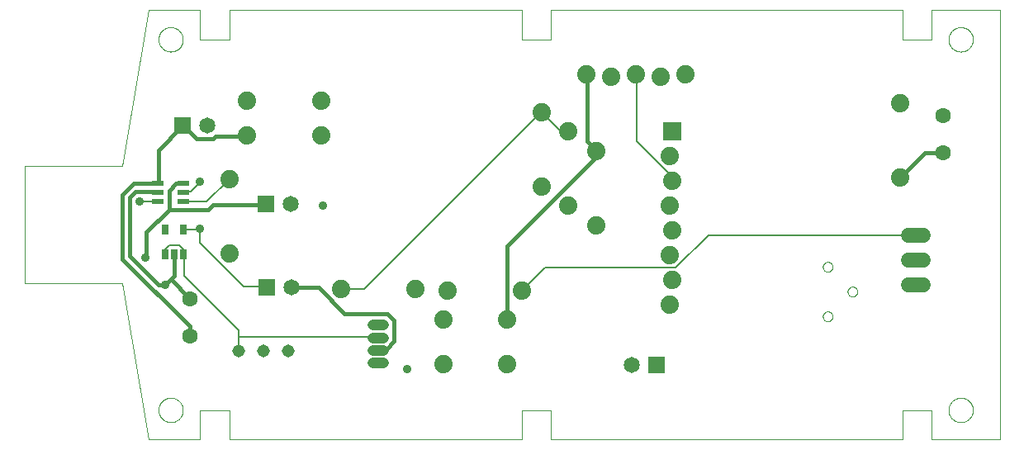
<source format=gbl>
G75*
%MOIN*%
%OFA0B0*%
%FSLAX25Y25*%
%IPPOS*%
%LPD*%
%AMOC8*
5,1,8,0,0,1.08239X$1,22.5*
%
%ADD10C,0.00000*%
%ADD11C,0.06500*%
%ADD12R,0.06500X0.06500*%
%ADD13C,0.07400*%
%ADD14C,0.06300*%
%ADD15C,0.05150*%
%ADD16R,0.04724X0.02165*%
%ADD17R,0.02717X0.03898*%
%ADD18C,0.06000*%
%ADD19R,0.07400X0.07400*%
%ADD20C,0.04362*%
%ADD21C,0.03500*%
%ADD22C,0.01600*%
%ADD23C,0.00800*%
D10*
X0061333Y0001000D02*
X0082199Y0001000D01*
X0082199Y0012811D01*
X0094010Y0012811D01*
X0094010Y0001000D01*
X0212121Y0001000D01*
X0212121Y0012811D01*
X0223932Y0012811D01*
X0223932Y0001000D01*
X0365664Y0001000D01*
X0365664Y0012811D01*
X0377475Y0012811D01*
X0377475Y0001000D01*
X0405034Y0001000D01*
X0405034Y0174228D01*
X0377475Y0174228D01*
X0377475Y0162417D01*
X0365664Y0162417D01*
X0365664Y0174228D01*
X0223932Y0174228D01*
X0223932Y0162417D01*
X0212121Y0162417D01*
X0212121Y0174228D01*
X0094010Y0174228D01*
X0094010Y0162417D01*
X0082199Y0162417D01*
X0082199Y0174228D01*
X0061333Y0174228D01*
X0050703Y0111236D01*
X0011333Y0111236D01*
X0011333Y0063992D01*
X0050703Y0063992D01*
X0061333Y0001000D01*
X0065467Y0012811D02*
X0065469Y0012951D01*
X0065475Y0013091D01*
X0065485Y0013230D01*
X0065499Y0013369D01*
X0065517Y0013508D01*
X0065538Y0013646D01*
X0065564Y0013784D01*
X0065594Y0013921D01*
X0065627Y0014056D01*
X0065665Y0014191D01*
X0065706Y0014325D01*
X0065751Y0014458D01*
X0065799Y0014589D01*
X0065852Y0014718D01*
X0065908Y0014847D01*
X0065967Y0014973D01*
X0066031Y0015098D01*
X0066097Y0015221D01*
X0066168Y0015342D01*
X0066241Y0015461D01*
X0066318Y0015578D01*
X0066399Y0015692D01*
X0066482Y0015804D01*
X0066569Y0015914D01*
X0066659Y0016022D01*
X0066751Y0016126D01*
X0066847Y0016228D01*
X0066946Y0016328D01*
X0067047Y0016424D01*
X0067151Y0016518D01*
X0067258Y0016608D01*
X0067367Y0016695D01*
X0067479Y0016780D01*
X0067593Y0016861D01*
X0067709Y0016939D01*
X0067827Y0017013D01*
X0067948Y0017084D01*
X0068070Y0017152D01*
X0068195Y0017216D01*
X0068321Y0017277D01*
X0068448Y0017334D01*
X0068578Y0017387D01*
X0068709Y0017437D01*
X0068841Y0017482D01*
X0068974Y0017525D01*
X0069109Y0017563D01*
X0069244Y0017597D01*
X0069381Y0017628D01*
X0069518Y0017655D01*
X0069656Y0017677D01*
X0069795Y0017696D01*
X0069934Y0017711D01*
X0070073Y0017722D01*
X0070213Y0017729D01*
X0070353Y0017732D01*
X0070493Y0017731D01*
X0070633Y0017726D01*
X0070772Y0017717D01*
X0070912Y0017704D01*
X0071051Y0017687D01*
X0071189Y0017666D01*
X0071327Y0017642D01*
X0071464Y0017613D01*
X0071600Y0017581D01*
X0071735Y0017544D01*
X0071869Y0017504D01*
X0072002Y0017460D01*
X0072133Y0017412D01*
X0072263Y0017361D01*
X0072392Y0017306D01*
X0072519Y0017247D01*
X0072644Y0017184D01*
X0072767Y0017119D01*
X0072889Y0017049D01*
X0073008Y0016976D01*
X0073126Y0016900D01*
X0073241Y0016821D01*
X0073354Y0016738D01*
X0073464Y0016652D01*
X0073572Y0016563D01*
X0073677Y0016471D01*
X0073780Y0016376D01*
X0073880Y0016278D01*
X0073977Y0016178D01*
X0074071Y0016074D01*
X0074163Y0015968D01*
X0074251Y0015860D01*
X0074336Y0015749D01*
X0074418Y0015635D01*
X0074497Y0015519D01*
X0074572Y0015402D01*
X0074644Y0015282D01*
X0074712Y0015160D01*
X0074777Y0015036D01*
X0074839Y0014910D01*
X0074897Y0014783D01*
X0074951Y0014654D01*
X0075002Y0014523D01*
X0075048Y0014391D01*
X0075091Y0014258D01*
X0075131Y0014124D01*
X0075166Y0013989D01*
X0075198Y0013852D01*
X0075225Y0013715D01*
X0075249Y0013577D01*
X0075269Y0013439D01*
X0075285Y0013300D01*
X0075297Y0013160D01*
X0075305Y0013021D01*
X0075309Y0012881D01*
X0075309Y0012741D01*
X0075305Y0012601D01*
X0075297Y0012462D01*
X0075285Y0012322D01*
X0075269Y0012183D01*
X0075249Y0012045D01*
X0075225Y0011907D01*
X0075198Y0011770D01*
X0075166Y0011633D01*
X0075131Y0011498D01*
X0075091Y0011364D01*
X0075048Y0011231D01*
X0075002Y0011099D01*
X0074951Y0010968D01*
X0074897Y0010839D01*
X0074839Y0010712D01*
X0074777Y0010586D01*
X0074712Y0010462D01*
X0074644Y0010340D01*
X0074572Y0010220D01*
X0074497Y0010103D01*
X0074418Y0009987D01*
X0074336Y0009873D01*
X0074251Y0009762D01*
X0074163Y0009654D01*
X0074071Y0009548D01*
X0073977Y0009444D01*
X0073880Y0009344D01*
X0073780Y0009246D01*
X0073677Y0009151D01*
X0073572Y0009059D01*
X0073464Y0008970D01*
X0073354Y0008884D01*
X0073241Y0008801D01*
X0073126Y0008722D01*
X0073008Y0008646D01*
X0072889Y0008573D01*
X0072767Y0008503D01*
X0072644Y0008438D01*
X0072519Y0008375D01*
X0072392Y0008316D01*
X0072263Y0008261D01*
X0072133Y0008210D01*
X0072002Y0008162D01*
X0071869Y0008118D01*
X0071735Y0008078D01*
X0071600Y0008041D01*
X0071464Y0008009D01*
X0071327Y0007980D01*
X0071189Y0007956D01*
X0071051Y0007935D01*
X0070912Y0007918D01*
X0070772Y0007905D01*
X0070633Y0007896D01*
X0070493Y0007891D01*
X0070353Y0007890D01*
X0070213Y0007893D01*
X0070073Y0007900D01*
X0069934Y0007911D01*
X0069795Y0007926D01*
X0069656Y0007945D01*
X0069518Y0007967D01*
X0069381Y0007994D01*
X0069244Y0008025D01*
X0069109Y0008059D01*
X0068974Y0008097D01*
X0068841Y0008140D01*
X0068709Y0008185D01*
X0068578Y0008235D01*
X0068448Y0008288D01*
X0068321Y0008345D01*
X0068195Y0008406D01*
X0068070Y0008470D01*
X0067948Y0008538D01*
X0067827Y0008609D01*
X0067709Y0008683D01*
X0067593Y0008761D01*
X0067479Y0008842D01*
X0067367Y0008927D01*
X0067258Y0009014D01*
X0067151Y0009104D01*
X0067047Y0009198D01*
X0066946Y0009294D01*
X0066847Y0009394D01*
X0066751Y0009496D01*
X0066659Y0009600D01*
X0066569Y0009708D01*
X0066482Y0009818D01*
X0066399Y0009930D01*
X0066318Y0010044D01*
X0066241Y0010161D01*
X0066168Y0010280D01*
X0066097Y0010401D01*
X0066031Y0010524D01*
X0065967Y0010649D01*
X0065908Y0010775D01*
X0065852Y0010904D01*
X0065799Y0011033D01*
X0065751Y0011164D01*
X0065706Y0011297D01*
X0065665Y0011431D01*
X0065627Y0011566D01*
X0065594Y0011701D01*
X0065564Y0011838D01*
X0065538Y0011976D01*
X0065517Y0012114D01*
X0065499Y0012253D01*
X0065485Y0012392D01*
X0065475Y0012531D01*
X0065469Y0012671D01*
X0065467Y0012811D01*
X0333616Y0050606D02*
X0333618Y0050694D01*
X0333624Y0050782D01*
X0333634Y0050870D01*
X0333648Y0050958D01*
X0333665Y0051044D01*
X0333687Y0051130D01*
X0333712Y0051214D01*
X0333742Y0051298D01*
X0333774Y0051380D01*
X0333811Y0051460D01*
X0333851Y0051539D01*
X0333895Y0051616D01*
X0333942Y0051691D01*
X0333992Y0051763D01*
X0334046Y0051834D01*
X0334102Y0051901D01*
X0334162Y0051967D01*
X0334224Y0052029D01*
X0334290Y0052089D01*
X0334357Y0052145D01*
X0334428Y0052199D01*
X0334500Y0052249D01*
X0334575Y0052296D01*
X0334652Y0052340D01*
X0334731Y0052380D01*
X0334811Y0052417D01*
X0334893Y0052449D01*
X0334977Y0052479D01*
X0335061Y0052504D01*
X0335147Y0052526D01*
X0335233Y0052543D01*
X0335321Y0052557D01*
X0335409Y0052567D01*
X0335497Y0052573D01*
X0335585Y0052575D01*
X0335673Y0052573D01*
X0335761Y0052567D01*
X0335849Y0052557D01*
X0335937Y0052543D01*
X0336023Y0052526D01*
X0336109Y0052504D01*
X0336193Y0052479D01*
X0336277Y0052449D01*
X0336359Y0052417D01*
X0336439Y0052380D01*
X0336518Y0052340D01*
X0336595Y0052296D01*
X0336670Y0052249D01*
X0336742Y0052199D01*
X0336813Y0052145D01*
X0336880Y0052089D01*
X0336946Y0052029D01*
X0337008Y0051967D01*
X0337068Y0051901D01*
X0337124Y0051834D01*
X0337178Y0051763D01*
X0337228Y0051691D01*
X0337275Y0051616D01*
X0337319Y0051539D01*
X0337359Y0051460D01*
X0337396Y0051380D01*
X0337428Y0051298D01*
X0337458Y0051214D01*
X0337483Y0051130D01*
X0337505Y0051044D01*
X0337522Y0050958D01*
X0337536Y0050870D01*
X0337546Y0050782D01*
X0337552Y0050694D01*
X0337554Y0050606D01*
X0337552Y0050518D01*
X0337546Y0050430D01*
X0337536Y0050342D01*
X0337522Y0050254D01*
X0337505Y0050168D01*
X0337483Y0050082D01*
X0337458Y0049998D01*
X0337428Y0049914D01*
X0337396Y0049832D01*
X0337359Y0049752D01*
X0337319Y0049673D01*
X0337275Y0049596D01*
X0337228Y0049521D01*
X0337178Y0049449D01*
X0337124Y0049378D01*
X0337068Y0049311D01*
X0337008Y0049245D01*
X0336946Y0049183D01*
X0336880Y0049123D01*
X0336813Y0049067D01*
X0336742Y0049013D01*
X0336670Y0048963D01*
X0336595Y0048916D01*
X0336518Y0048872D01*
X0336439Y0048832D01*
X0336359Y0048795D01*
X0336277Y0048763D01*
X0336193Y0048733D01*
X0336109Y0048708D01*
X0336023Y0048686D01*
X0335937Y0048669D01*
X0335849Y0048655D01*
X0335761Y0048645D01*
X0335673Y0048639D01*
X0335585Y0048637D01*
X0335497Y0048639D01*
X0335409Y0048645D01*
X0335321Y0048655D01*
X0335233Y0048669D01*
X0335147Y0048686D01*
X0335061Y0048708D01*
X0334977Y0048733D01*
X0334893Y0048763D01*
X0334811Y0048795D01*
X0334731Y0048832D01*
X0334652Y0048872D01*
X0334575Y0048916D01*
X0334500Y0048963D01*
X0334428Y0049013D01*
X0334357Y0049067D01*
X0334290Y0049123D01*
X0334224Y0049183D01*
X0334162Y0049245D01*
X0334102Y0049311D01*
X0334046Y0049378D01*
X0333992Y0049449D01*
X0333942Y0049521D01*
X0333895Y0049596D01*
X0333851Y0049673D01*
X0333811Y0049752D01*
X0333774Y0049832D01*
X0333742Y0049914D01*
X0333712Y0049998D01*
X0333687Y0050082D01*
X0333665Y0050168D01*
X0333648Y0050254D01*
X0333634Y0050342D01*
X0333624Y0050430D01*
X0333618Y0050518D01*
X0333616Y0050606D01*
X0343616Y0060606D02*
X0343618Y0060694D01*
X0343624Y0060782D01*
X0343634Y0060870D01*
X0343648Y0060958D01*
X0343665Y0061044D01*
X0343687Y0061130D01*
X0343712Y0061214D01*
X0343742Y0061298D01*
X0343774Y0061380D01*
X0343811Y0061460D01*
X0343851Y0061539D01*
X0343895Y0061616D01*
X0343942Y0061691D01*
X0343992Y0061763D01*
X0344046Y0061834D01*
X0344102Y0061901D01*
X0344162Y0061967D01*
X0344224Y0062029D01*
X0344290Y0062089D01*
X0344357Y0062145D01*
X0344428Y0062199D01*
X0344500Y0062249D01*
X0344575Y0062296D01*
X0344652Y0062340D01*
X0344731Y0062380D01*
X0344811Y0062417D01*
X0344893Y0062449D01*
X0344977Y0062479D01*
X0345061Y0062504D01*
X0345147Y0062526D01*
X0345233Y0062543D01*
X0345321Y0062557D01*
X0345409Y0062567D01*
X0345497Y0062573D01*
X0345585Y0062575D01*
X0345673Y0062573D01*
X0345761Y0062567D01*
X0345849Y0062557D01*
X0345937Y0062543D01*
X0346023Y0062526D01*
X0346109Y0062504D01*
X0346193Y0062479D01*
X0346277Y0062449D01*
X0346359Y0062417D01*
X0346439Y0062380D01*
X0346518Y0062340D01*
X0346595Y0062296D01*
X0346670Y0062249D01*
X0346742Y0062199D01*
X0346813Y0062145D01*
X0346880Y0062089D01*
X0346946Y0062029D01*
X0347008Y0061967D01*
X0347068Y0061901D01*
X0347124Y0061834D01*
X0347178Y0061763D01*
X0347228Y0061691D01*
X0347275Y0061616D01*
X0347319Y0061539D01*
X0347359Y0061460D01*
X0347396Y0061380D01*
X0347428Y0061298D01*
X0347458Y0061214D01*
X0347483Y0061130D01*
X0347505Y0061044D01*
X0347522Y0060958D01*
X0347536Y0060870D01*
X0347546Y0060782D01*
X0347552Y0060694D01*
X0347554Y0060606D01*
X0347552Y0060518D01*
X0347546Y0060430D01*
X0347536Y0060342D01*
X0347522Y0060254D01*
X0347505Y0060168D01*
X0347483Y0060082D01*
X0347458Y0059998D01*
X0347428Y0059914D01*
X0347396Y0059832D01*
X0347359Y0059752D01*
X0347319Y0059673D01*
X0347275Y0059596D01*
X0347228Y0059521D01*
X0347178Y0059449D01*
X0347124Y0059378D01*
X0347068Y0059311D01*
X0347008Y0059245D01*
X0346946Y0059183D01*
X0346880Y0059123D01*
X0346813Y0059067D01*
X0346742Y0059013D01*
X0346670Y0058963D01*
X0346595Y0058916D01*
X0346518Y0058872D01*
X0346439Y0058832D01*
X0346359Y0058795D01*
X0346277Y0058763D01*
X0346193Y0058733D01*
X0346109Y0058708D01*
X0346023Y0058686D01*
X0345937Y0058669D01*
X0345849Y0058655D01*
X0345761Y0058645D01*
X0345673Y0058639D01*
X0345585Y0058637D01*
X0345497Y0058639D01*
X0345409Y0058645D01*
X0345321Y0058655D01*
X0345233Y0058669D01*
X0345147Y0058686D01*
X0345061Y0058708D01*
X0344977Y0058733D01*
X0344893Y0058763D01*
X0344811Y0058795D01*
X0344731Y0058832D01*
X0344652Y0058872D01*
X0344575Y0058916D01*
X0344500Y0058963D01*
X0344428Y0059013D01*
X0344357Y0059067D01*
X0344290Y0059123D01*
X0344224Y0059183D01*
X0344162Y0059245D01*
X0344102Y0059311D01*
X0344046Y0059378D01*
X0343992Y0059449D01*
X0343942Y0059521D01*
X0343895Y0059596D01*
X0343851Y0059673D01*
X0343811Y0059752D01*
X0343774Y0059832D01*
X0343742Y0059914D01*
X0343712Y0059998D01*
X0343687Y0060082D01*
X0343665Y0060168D01*
X0343648Y0060254D01*
X0343634Y0060342D01*
X0343624Y0060430D01*
X0343618Y0060518D01*
X0343616Y0060606D01*
X0333616Y0070606D02*
X0333618Y0070694D01*
X0333624Y0070782D01*
X0333634Y0070870D01*
X0333648Y0070958D01*
X0333665Y0071044D01*
X0333687Y0071130D01*
X0333712Y0071214D01*
X0333742Y0071298D01*
X0333774Y0071380D01*
X0333811Y0071460D01*
X0333851Y0071539D01*
X0333895Y0071616D01*
X0333942Y0071691D01*
X0333992Y0071763D01*
X0334046Y0071834D01*
X0334102Y0071901D01*
X0334162Y0071967D01*
X0334224Y0072029D01*
X0334290Y0072089D01*
X0334357Y0072145D01*
X0334428Y0072199D01*
X0334500Y0072249D01*
X0334575Y0072296D01*
X0334652Y0072340D01*
X0334731Y0072380D01*
X0334811Y0072417D01*
X0334893Y0072449D01*
X0334977Y0072479D01*
X0335061Y0072504D01*
X0335147Y0072526D01*
X0335233Y0072543D01*
X0335321Y0072557D01*
X0335409Y0072567D01*
X0335497Y0072573D01*
X0335585Y0072575D01*
X0335673Y0072573D01*
X0335761Y0072567D01*
X0335849Y0072557D01*
X0335937Y0072543D01*
X0336023Y0072526D01*
X0336109Y0072504D01*
X0336193Y0072479D01*
X0336277Y0072449D01*
X0336359Y0072417D01*
X0336439Y0072380D01*
X0336518Y0072340D01*
X0336595Y0072296D01*
X0336670Y0072249D01*
X0336742Y0072199D01*
X0336813Y0072145D01*
X0336880Y0072089D01*
X0336946Y0072029D01*
X0337008Y0071967D01*
X0337068Y0071901D01*
X0337124Y0071834D01*
X0337178Y0071763D01*
X0337228Y0071691D01*
X0337275Y0071616D01*
X0337319Y0071539D01*
X0337359Y0071460D01*
X0337396Y0071380D01*
X0337428Y0071298D01*
X0337458Y0071214D01*
X0337483Y0071130D01*
X0337505Y0071044D01*
X0337522Y0070958D01*
X0337536Y0070870D01*
X0337546Y0070782D01*
X0337552Y0070694D01*
X0337554Y0070606D01*
X0337552Y0070518D01*
X0337546Y0070430D01*
X0337536Y0070342D01*
X0337522Y0070254D01*
X0337505Y0070168D01*
X0337483Y0070082D01*
X0337458Y0069998D01*
X0337428Y0069914D01*
X0337396Y0069832D01*
X0337359Y0069752D01*
X0337319Y0069673D01*
X0337275Y0069596D01*
X0337228Y0069521D01*
X0337178Y0069449D01*
X0337124Y0069378D01*
X0337068Y0069311D01*
X0337008Y0069245D01*
X0336946Y0069183D01*
X0336880Y0069123D01*
X0336813Y0069067D01*
X0336742Y0069013D01*
X0336670Y0068963D01*
X0336595Y0068916D01*
X0336518Y0068872D01*
X0336439Y0068832D01*
X0336359Y0068795D01*
X0336277Y0068763D01*
X0336193Y0068733D01*
X0336109Y0068708D01*
X0336023Y0068686D01*
X0335937Y0068669D01*
X0335849Y0068655D01*
X0335761Y0068645D01*
X0335673Y0068639D01*
X0335585Y0068637D01*
X0335497Y0068639D01*
X0335409Y0068645D01*
X0335321Y0068655D01*
X0335233Y0068669D01*
X0335147Y0068686D01*
X0335061Y0068708D01*
X0334977Y0068733D01*
X0334893Y0068763D01*
X0334811Y0068795D01*
X0334731Y0068832D01*
X0334652Y0068872D01*
X0334575Y0068916D01*
X0334500Y0068963D01*
X0334428Y0069013D01*
X0334357Y0069067D01*
X0334290Y0069123D01*
X0334224Y0069183D01*
X0334162Y0069245D01*
X0334102Y0069311D01*
X0334046Y0069378D01*
X0333992Y0069449D01*
X0333942Y0069521D01*
X0333895Y0069596D01*
X0333851Y0069673D01*
X0333811Y0069752D01*
X0333774Y0069832D01*
X0333742Y0069914D01*
X0333712Y0069998D01*
X0333687Y0070082D01*
X0333665Y0070168D01*
X0333648Y0070254D01*
X0333634Y0070342D01*
X0333624Y0070430D01*
X0333618Y0070518D01*
X0333616Y0070606D01*
X0384365Y0012811D02*
X0384367Y0012951D01*
X0384373Y0013091D01*
X0384383Y0013230D01*
X0384397Y0013369D01*
X0384415Y0013508D01*
X0384436Y0013646D01*
X0384462Y0013784D01*
X0384492Y0013921D01*
X0384525Y0014056D01*
X0384563Y0014191D01*
X0384604Y0014325D01*
X0384649Y0014458D01*
X0384697Y0014589D01*
X0384750Y0014718D01*
X0384806Y0014847D01*
X0384865Y0014973D01*
X0384929Y0015098D01*
X0384995Y0015221D01*
X0385066Y0015342D01*
X0385139Y0015461D01*
X0385216Y0015578D01*
X0385297Y0015692D01*
X0385380Y0015804D01*
X0385467Y0015914D01*
X0385557Y0016022D01*
X0385649Y0016126D01*
X0385745Y0016228D01*
X0385844Y0016328D01*
X0385945Y0016424D01*
X0386049Y0016518D01*
X0386156Y0016608D01*
X0386265Y0016695D01*
X0386377Y0016780D01*
X0386491Y0016861D01*
X0386607Y0016939D01*
X0386725Y0017013D01*
X0386846Y0017084D01*
X0386968Y0017152D01*
X0387093Y0017216D01*
X0387219Y0017277D01*
X0387346Y0017334D01*
X0387476Y0017387D01*
X0387607Y0017437D01*
X0387739Y0017482D01*
X0387872Y0017525D01*
X0388007Y0017563D01*
X0388142Y0017597D01*
X0388279Y0017628D01*
X0388416Y0017655D01*
X0388554Y0017677D01*
X0388693Y0017696D01*
X0388832Y0017711D01*
X0388971Y0017722D01*
X0389111Y0017729D01*
X0389251Y0017732D01*
X0389391Y0017731D01*
X0389531Y0017726D01*
X0389670Y0017717D01*
X0389810Y0017704D01*
X0389949Y0017687D01*
X0390087Y0017666D01*
X0390225Y0017642D01*
X0390362Y0017613D01*
X0390498Y0017581D01*
X0390633Y0017544D01*
X0390767Y0017504D01*
X0390900Y0017460D01*
X0391031Y0017412D01*
X0391161Y0017361D01*
X0391290Y0017306D01*
X0391417Y0017247D01*
X0391542Y0017184D01*
X0391665Y0017119D01*
X0391787Y0017049D01*
X0391906Y0016976D01*
X0392024Y0016900D01*
X0392139Y0016821D01*
X0392252Y0016738D01*
X0392362Y0016652D01*
X0392470Y0016563D01*
X0392575Y0016471D01*
X0392678Y0016376D01*
X0392778Y0016278D01*
X0392875Y0016178D01*
X0392969Y0016074D01*
X0393061Y0015968D01*
X0393149Y0015860D01*
X0393234Y0015749D01*
X0393316Y0015635D01*
X0393395Y0015519D01*
X0393470Y0015402D01*
X0393542Y0015282D01*
X0393610Y0015160D01*
X0393675Y0015036D01*
X0393737Y0014910D01*
X0393795Y0014783D01*
X0393849Y0014654D01*
X0393900Y0014523D01*
X0393946Y0014391D01*
X0393989Y0014258D01*
X0394029Y0014124D01*
X0394064Y0013989D01*
X0394096Y0013852D01*
X0394123Y0013715D01*
X0394147Y0013577D01*
X0394167Y0013439D01*
X0394183Y0013300D01*
X0394195Y0013160D01*
X0394203Y0013021D01*
X0394207Y0012881D01*
X0394207Y0012741D01*
X0394203Y0012601D01*
X0394195Y0012462D01*
X0394183Y0012322D01*
X0394167Y0012183D01*
X0394147Y0012045D01*
X0394123Y0011907D01*
X0394096Y0011770D01*
X0394064Y0011633D01*
X0394029Y0011498D01*
X0393989Y0011364D01*
X0393946Y0011231D01*
X0393900Y0011099D01*
X0393849Y0010968D01*
X0393795Y0010839D01*
X0393737Y0010712D01*
X0393675Y0010586D01*
X0393610Y0010462D01*
X0393542Y0010340D01*
X0393470Y0010220D01*
X0393395Y0010103D01*
X0393316Y0009987D01*
X0393234Y0009873D01*
X0393149Y0009762D01*
X0393061Y0009654D01*
X0392969Y0009548D01*
X0392875Y0009444D01*
X0392778Y0009344D01*
X0392678Y0009246D01*
X0392575Y0009151D01*
X0392470Y0009059D01*
X0392362Y0008970D01*
X0392252Y0008884D01*
X0392139Y0008801D01*
X0392024Y0008722D01*
X0391906Y0008646D01*
X0391787Y0008573D01*
X0391665Y0008503D01*
X0391542Y0008438D01*
X0391417Y0008375D01*
X0391290Y0008316D01*
X0391161Y0008261D01*
X0391031Y0008210D01*
X0390900Y0008162D01*
X0390767Y0008118D01*
X0390633Y0008078D01*
X0390498Y0008041D01*
X0390362Y0008009D01*
X0390225Y0007980D01*
X0390087Y0007956D01*
X0389949Y0007935D01*
X0389810Y0007918D01*
X0389670Y0007905D01*
X0389531Y0007896D01*
X0389391Y0007891D01*
X0389251Y0007890D01*
X0389111Y0007893D01*
X0388971Y0007900D01*
X0388832Y0007911D01*
X0388693Y0007926D01*
X0388554Y0007945D01*
X0388416Y0007967D01*
X0388279Y0007994D01*
X0388142Y0008025D01*
X0388007Y0008059D01*
X0387872Y0008097D01*
X0387739Y0008140D01*
X0387607Y0008185D01*
X0387476Y0008235D01*
X0387346Y0008288D01*
X0387219Y0008345D01*
X0387093Y0008406D01*
X0386968Y0008470D01*
X0386846Y0008538D01*
X0386725Y0008609D01*
X0386607Y0008683D01*
X0386491Y0008761D01*
X0386377Y0008842D01*
X0386265Y0008927D01*
X0386156Y0009014D01*
X0386049Y0009104D01*
X0385945Y0009198D01*
X0385844Y0009294D01*
X0385745Y0009394D01*
X0385649Y0009496D01*
X0385557Y0009600D01*
X0385467Y0009708D01*
X0385380Y0009818D01*
X0385297Y0009930D01*
X0385216Y0010044D01*
X0385139Y0010161D01*
X0385066Y0010280D01*
X0384995Y0010401D01*
X0384929Y0010524D01*
X0384865Y0010649D01*
X0384806Y0010775D01*
X0384750Y0010904D01*
X0384697Y0011033D01*
X0384649Y0011164D01*
X0384604Y0011297D01*
X0384563Y0011431D01*
X0384525Y0011566D01*
X0384492Y0011701D01*
X0384462Y0011838D01*
X0384436Y0011976D01*
X0384415Y0012114D01*
X0384397Y0012253D01*
X0384383Y0012392D01*
X0384373Y0012531D01*
X0384367Y0012671D01*
X0384365Y0012811D01*
X0384365Y0162417D02*
X0384367Y0162557D01*
X0384373Y0162697D01*
X0384383Y0162836D01*
X0384397Y0162975D01*
X0384415Y0163114D01*
X0384436Y0163252D01*
X0384462Y0163390D01*
X0384492Y0163527D01*
X0384525Y0163662D01*
X0384563Y0163797D01*
X0384604Y0163931D01*
X0384649Y0164064D01*
X0384697Y0164195D01*
X0384750Y0164324D01*
X0384806Y0164453D01*
X0384865Y0164579D01*
X0384929Y0164704D01*
X0384995Y0164827D01*
X0385066Y0164948D01*
X0385139Y0165067D01*
X0385216Y0165184D01*
X0385297Y0165298D01*
X0385380Y0165410D01*
X0385467Y0165520D01*
X0385557Y0165628D01*
X0385649Y0165732D01*
X0385745Y0165834D01*
X0385844Y0165934D01*
X0385945Y0166030D01*
X0386049Y0166124D01*
X0386156Y0166214D01*
X0386265Y0166301D01*
X0386377Y0166386D01*
X0386491Y0166467D01*
X0386607Y0166545D01*
X0386725Y0166619D01*
X0386846Y0166690D01*
X0386968Y0166758D01*
X0387093Y0166822D01*
X0387219Y0166883D01*
X0387346Y0166940D01*
X0387476Y0166993D01*
X0387607Y0167043D01*
X0387739Y0167088D01*
X0387872Y0167131D01*
X0388007Y0167169D01*
X0388142Y0167203D01*
X0388279Y0167234D01*
X0388416Y0167261D01*
X0388554Y0167283D01*
X0388693Y0167302D01*
X0388832Y0167317D01*
X0388971Y0167328D01*
X0389111Y0167335D01*
X0389251Y0167338D01*
X0389391Y0167337D01*
X0389531Y0167332D01*
X0389670Y0167323D01*
X0389810Y0167310D01*
X0389949Y0167293D01*
X0390087Y0167272D01*
X0390225Y0167248D01*
X0390362Y0167219D01*
X0390498Y0167187D01*
X0390633Y0167150D01*
X0390767Y0167110D01*
X0390900Y0167066D01*
X0391031Y0167018D01*
X0391161Y0166967D01*
X0391290Y0166912D01*
X0391417Y0166853D01*
X0391542Y0166790D01*
X0391665Y0166725D01*
X0391787Y0166655D01*
X0391906Y0166582D01*
X0392024Y0166506D01*
X0392139Y0166427D01*
X0392252Y0166344D01*
X0392362Y0166258D01*
X0392470Y0166169D01*
X0392575Y0166077D01*
X0392678Y0165982D01*
X0392778Y0165884D01*
X0392875Y0165784D01*
X0392969Y0165680D01*
X0393061Y0165574D01*
X0393149Y0165466D01*
X0393234Y0165355D01*
X0393316Y0165241D01*
X0393395Y0165125D01*
X0393470Y0165008D01*
X0393542Y0164888D01*
X0393610Y0164766D01*
X0393675Y0164642D01*
X0393737Y0164516D01*
X0393795Y0164389D01*
X0393849Y0164260D01*
X0393900Y0164129D01*
X0393946Y0163997D01*
X0393989Y0163864D01*
X0394029Y0163730D01*
X0394064Y0163595D01*
X0394096Y0163458D01*
X0394123Y0163321D01*
X0394147Y0163183D01*
X0394167Y0163045D01*
X0394183Y0162906D01*
X0394195Y0162766D01*
X0394203Y0162627D01*
X0394207Y0162487D01*
X0394207Y0162347D01*
X0394203Y0162207D01*
X0394195Y0162068D01*
X0394183Y0161928D01*
X0394167Y0161789D01*
X0394147Y0161651D01*
X0394123Y0161513D01*
X0394096Y0161376D01*
X0394064Y0161239D01*
X0394029Y0161104D01*
X0393989Y0160970D01*
X0393946Y0160837D01*
X0393900Y0160705D01*
X0393849Y0160574D01*
X0393795Y0160445D01*
X0393737Y0160318D01*
X0393675Y0160192D01*
X0393610Y0160068D01*
X0393542Y0159946D01*
X0393470Y0159826D01*
X0393395Y0159709D01*
X0393316Y0159593D01*
X0393234Y0159479D01*
X0393149Y0159368D01*
X0393061Y0159260D01*
X0392969Y0159154D01*
X0392875Y0159050D01*
X0392778Y0158950D01*
X0392678Y0158852D01*
X0392575Y0158757D01*
X0392470Y0158665D01*
X0392362Y0158576D01*
X0392252Y0158490D01*
X0392139Y0158407D01*
X0392024Y0158328D01*
X0391906Y0158252D01*
X0391787Y0158179D01*
X0391665Y0158109D01*
X0391542Y0158044D01*
X0391417Y0157981D01*
X0391290Y0157922D01*
X0391161Y0157867D01*
X0391031Y0157816D01*
X0390900Y0157768D01*
X0390767Y0157724D01*
X0390633Y0157684D01*
X0390498Y0157647D01*
X0390362Y0157615D01*
X0390225Y0157586D01*
X0390087Y0157562D01*
X0389949Y0157541D01*
X0389810Y0157524D01*
X0389670Y0157511D01*
X0389531Y0157502D01*
X0389391Y0157497D01*
X0389251Y0157496D01*
X0389111Y0157499D01*
X0388971Y0157506D01*
X0388832Y0157517D01*
X0388693Y0157532D01*
X0388554Y0157551D01*
X0388416Y0157573D01*
X0388279Y0157600D01*
X0388142Y0157631D01*
X0388007Y0157665D01*
X0387872Y0157703D01*
X0387739Y0157746D01*
X0387607Y0157791D01*
X0387476Y0157841D01*
X0387346Y0157894D01*
X0387219Y0157951D01*
X0387093Y0158012D01*
X0386968Y0158076D01*
X0386846Y0158144D01*
X0386725Y0158215D01*
X0386607Y0158289D01*
X0386491Y0158367D01*
X0386377Y0158448D01*
X0386265Y0158533D01*
X0386156Y0158620D01*
X0386049Y0158710D01*
X0385945Y0158804D01*
X0385844Y0158900D01*
X0385745Y0159000D01*
X0385649Y0159102D01*
X0385557Y0159206D01*
X0385467Y0159314D01*
X0385380Y0159424D01*
X0385297Y0159536D01*
X0385216Y0159650D01*
X0385139Y0159767D01*
X0385066Y0159886D01*
X0384995Y0160007D01*
X0384929Y0160130D01*
X0384865Y0160255D01*
X0384806Y0160381D01*
X0384750Y0160510D01*
X0384697Y0160639D01*
X0384649Y0160770D01*
X0384604Y0160903D01*
X0384563Y0161037D01*
X0384525Y0161172D01*
X0384492Y0161307D01*
X0384462Y0161444D01*
X0384436Y0161582D01*
X0384415Y0161720D01*
X0384397Y0161859D01*
X0384383Y0161998D01*
X0384373Y0162137D01*
X0384367Y0162277D01*
X0384365Y0162417D01*
X0065467Y0162417D02*
X0065469Y0162557D01*
X0065475Y0162697D01*
X0065485Y0162836D01*
X0065499Y0162975D01*
X0065517Y0163114D01*
X0065538Y0163252D01*
X0065564Y0163390D01*
X0065594Y0163527D01*
X0065627Y0163662D01*
X0065665Y0163797D01*
X0065706Y0163931D01*
X0065751Y0164064D01*
X0065799Y0164195D01*
X0065852Y0164324D01*
X0065908Y0164453D01*
X0065967Y0164579D01*
X0066031Y0164704D01*
X0066097Y0164827D01*
X0066168Y0164948D01*
X0066241Y0165067D01*
X0066318Y0165184D01*
X0066399Y0165298D01*
X0066482Y0165410D01*
X0066569Y0165520D01*
X0066659Y0165628D01*
X0066751Y0165732D01*
X0066847Y0165834D01*
X0066946Y0165934D01*
X0067047Y0166030D01*
X0067151Y0166124D01*
X0067258Y0166214D01*
X0067367Y0166301D01*
X0067479Y0166386D01*
X0067593Y0166467D01*
X0067709Y0166545D01*
X0067827Y0166619D01*
X0067948Y0166690D01*
X0068070Y0166758D01*
X0068195Y0166822D01*
X0068321Y0166883D01*
X0068448Y0166940D01*
X0068578Y0166993D01*
X0068709Y0167043D01*
X0068841Y0167088D01*
X0068974Y0167131D01*
X0069109Y0167169D01*
X0069244Y0167203D01*
X0069381Y0167234D01*
X0069518Y0167261D01*
X0069656Y0167283D01*
X0069795Y0167302D01*
X0069934Y0167317D01*
X0070073Y0167328D01*
X0070213Y0167335D01*
X0070353Y0167338D01*
X0070493Y0167337D01*
X0070633Y0167332D01*
X0070772Y0167323D01*
X0070912Y0167310D01*
X0071051Y0167293D01*
X0071189Y0167272D01*
X0071327Y0167248D01*
X0071464Y0167219D01*
X0071600Y0167187D01*
X0071735Y0167150D01*
X0071869Y0167110D01*
X0072002Y0167066D01*
X0072133Y0167018D01*
X0072263Y0166967D01*
X0072392Y0166912D01*
X0072519Y0166853D01*
X0072644Y0166790D01*
X0072767Y0166725D01*
X0072889Y0166655D01*
X0073008Y0166582D01*
X0073126Y0166506D01*
X0073241Y0166427D01*
X0073354Y0166344D01*
X0073464Y0166258D01*
X0073572Y0166169D01*
X0073677Y0166077D01*
X0073780Y0165982D01*
X0073880Y0165884D01*
X0073977Y0165784D01*
X0074071Y0165680D01*
X0074163Y0165574D01*
X0074251Y0165466D01*
X0074336Y0165355D01*
X0074418Y0165241D01*
X0074497Y0165125D01*
X0074572Y0165008D01*
X0074644Y0164888D01*
X0074712Y0164766D01*
X0074777Y0164642D01*
X0074839Y0164516D01*
X0074897Y0164389D01*
X0074951Y0164260D01*
X0075002Y0164129D01*
X0075048Y0163997D01*
X0075091Y0163864D01*
X0075131Y0163730D01*
X0075166Y0163595D01*
X0075198Y0163458D01*
X0075225Y0163321D01*
X0075249Y0163183D01*
X0075269Y0163045D01*
X0075285Y0162906D01*
X0075297Y0162766D01*
X0075305Y0162627D01*
X0075309Y0162487D01*
X0075309Y0162347D01*
X0075305Y0162207D01*
X0075297Y0162068D01*
X0075285Y0161928D01*
X0075269Y0161789D01*
X0075249Y0161651D01*
X0075225Y0161513D01*
X0075198Y0161376D01*
X0075166Y0161239D01*
X0075131Y0161104D01*
X0075091Y0160970D01*
X0075048Y0160837D01*
X0075002Y0160705D01*
X0074951Y0160574D01*
X0074897Y0160445D01*
X0074839Y0160318D01*
X0074777Y0160192D01*
X0074712Y0160068D01*
X0074644Y0159946D01*
X0074572Y0159826D01*
X0074497Y0159709D01*
X0074418Y0159593D01*
X0074336Y0159479D01*
X0074251Y0159368D01*
X0074163Y0159260D01*
X0074071Y0159154D01*
X0073977Y0159050D01*
X0073880Y0158950D01*
X0073780Y0158852D01*
X0073677Y0158757D01*
X0073572Y0158665D01*
X0073464Y0158576D01*
X0073354Y0158490D01*
X0073241Y0158407D01*
X0073126Y0158328D01*
X0073008Y0158252D01*
X0072889Y0158179D01*
X0072767Y0158109D01*
X0072644Y0158044D01*
X0072519Y0157981D01*
X0072392Y0157922D01*
X0072263Y0157867D01*
X0072133Y0157816D01*
X0072002Y0157768D01*
X0071869Y0157724D01*
X0071735Y0157684D01*
X0071600Y0157647D01*
X0071464Y0157615D01*
X0071327Y0157586D01*
X0071189Y0157562D01*
X0071051Y0157541D01*
X0070912Y0157524D01*
X0070772Y0157511D01*
X0070633Y0157502D01*
X0070493Y0157497D01*
X0070353Y0157496D01*
X0070213Y0157499D01*
X0070073Y0157506D01*
X0069934Y0157517D01*
X0069795Y0157532D01*
X0069656Y0157551D01*
X0069518Y0157573D01*
X0069381Y0157600D01*
X0069244Y0157631D01*
X0069109Y0157665D01*
X0068974Y0157703D01*
X0068841Y0157746D01*
X0068709Y0157791D01*
X0068578Y0157841D01*
X0068448Y0157894D01*
X0068321Y0157951D01*
X0068195Y0158012D01*
X0068070Y0158076D01*
X0067948Y0158144D01*
X0067827Y0158215D01*
X0067709Y0158289D01*
X0067593Y0158367D01*
X0067479Y0158448D01*
X0067367Y0158533D01*
X0067258Y0158620D01*
X0067151Y0158710D01*
X0067047Y0158804D01*
X0066946Y0158900D01*
X0066847Y0159000D01*
X0066751Y0159102D01*
X0066659Y0159206D01*
X0066569Y0159314D01*
X0066482Y0159424D01*
X0066399Y0159536D01*
X0066318Y0159650D01*
X0066241Y0159767D01*
X0066168Y0159886D01*
X0066097Y0160007D01*
X0066031Y0160130D01*
X0065967Y0160255D01*
X0065908Y0160381D01*
X0065852Y0160510D01*
X0065799Y0160639D01*
X0065751Y0160770D01*
X0065706Y0160903D01*
X0065665Y0161037D01*
X0065627Y0161172D01*
X0065594Y0161307D01*
X0065564Y0161444D01*
X0065538Y0161582D01*
X0065517Y0161720D01*
X0065499Y0161859D01*
X0065485Y0161998D01*
X0065475Y0162137D01*
X0065469Y0162277D01*
X0065467Y0162417D01*
D11*
X0084995Y0127535D03*
X0118932Y0096039D03*
X0119207Y0062496D03*
X0256412Y0030921D03*
D12*
X0266412Y0030921D03*
X0109207Y0062496D03*
X0108932Y0096039D03*
X0074995Y0127535D03*
D13*
X0101136Y0123598D03*
X0101136Y0137535D03*
X0131136Y0137535D03*
X0131136Y0123598D03*
X0094089Y0105843D03*
X0094089Y0075843D03*
X0139010Y0061709D03*
X0169010Y0061709D03*
X0182199Y0061079D03*
X0180423Y0049270D03*
X0206023Y0049270D03*
X0212199Y0061079D03*
X0271857Y0055173D03*
X0272857Y0065173D03*
X0271857Y0075173D03*
X0272857Y0085173D03*
X0271857Y0095173D03*
X0272857Y0105173D03*
X0271857Y0115173D03*
X0242239Y0117417D03*
X0230822Y0125449D03*
X0220034Y0133087D03*
X0238144Y0148272D03*
X0248144Y0147272D03*
X0258144Y0148272D03*
X0268144Y0147272D03*
X0278144Y0148272D03*
X0364877Y0136512D03*
X0364877Y0106512D03*
X0242239Y0087417D03*
X0230822Y0095449D03*
X0220034Y0103087D03*
X0206023Y0031470D03*
X0180423Y0031470D03*
D14*
X0078223Y0042732D03*
X0078223Y0057732D03*
X0382160Y0116787D03*
X0382160Y0131787D03*
D15*
X0117672Y0036748D03*
X0107829Y0036748D03*
X0097987Y0036748D03*
D16*
X0075389Y0096945D03*
X0075389Y0100685D03*
X0075389Y0104425D03*
X0065152Y0104425D03*
X0065152Y0100685D03*
X0065152Y0096945D03*
D17*
X0068105Y0085803D03*
X0075585Y0085803D03*
X0075585Y0075606D03*
X0071845Y0075606D03*
X0068105Y0075606D03*
D18*
X0368294Y0073441D02*
X0374294Y0073441D01*
X0374294Y0063441D02*
X0368294Y0063441D01*
X0368294Y0083441D02*
X0374294Y0083441D01*
D19*
X0272857Y0125173D03*
D20*
X0156034Y0047260D02*
X0151672Y0047260D01*
X0151672Y0042142D02*
X0156034Y0042142D01*
X0156034Y0037024D02*
X0151672Y0037024D01*
X0151672Y0031906D02*
X0156034Y0031906D01*
D21*
X0165664Y0029346D03*
X0068026Y0063205D03*
X0060152Y0074228D03*
X0082199Y0086039D03*
X0057790Y0097063D03*
X0082199Y0104937D03*
X0131806Y0095488D03*
D22*
X0108932Y0096039D02*
X0108533Y0095800D01*
X0087333Y0095800D01*
X0085333Y0093800D01*
X0069733Y0093800D01*
X0060533Y0084600D01*
X0060533Y0074600D01*
X0060152Y0074228D01*
X0053733Y0075000D02*
X0065333Y0063400D01*
X0067333Y0063400D01*
X0068026Y0063205D01*
X0068133Y0063400D01*
X0070333Y0065600D01*
X0078133Y0057800D01*
X0078223Y0057732D01*
X0070333Y0065600D02*
X0071733Y0067000D01*
X0071733Y0075400D01*
X0071845Y0075606D01*
X0053733Y0075000D02*
X0053733Y0098600D01*
X0056133Y0101000D01*
X0064933Y0101000D01*
X0065152Y0100685D01*
X0069733Y0101400D02*
X0069733Y0093800D01*
X0069733Y0101400D02*
X0072533Y0104200D01*
X0075333Y0104200D01*
X0075389Y0104425D01*
X0065333Y0104600D02*
X0065152Y0104425D01*
X0064533Y0104200D01*
X0055333Y0104200D01*
X0050933Y0099800D01*
X0050933Y0073800D01*
X0078133Y0046600D01*
X0078133Y0043000D01*
X0078223Y0042732D01*
X0119333Y0062200D02*
X0119207Y0062496D01*
X0119333Y0062200D02*
X0130133Y0062200D01*
X0140533Y0051800D01*
X0157733Y0051800D01*
X0160533Y0049000D01*
X0160533Y0040600D01*
X0157333Y0037400D01*
X0154133Y0037400D01*
X0153853Y0037024D01*
X0206023Y0049270D02*
X0206133Y0049400D01*
X0206133Y0079000D01*
X0242133Y0115000D01*
X0242133Y0116600D01*
X0242239Y0117417D01*
X0242133Y0117800D01*
X0238533Y0121400D01*
X0238533Y0148200D01*
X0238144Y0148272D01*
X0364877Y0106512D02*
X0364933Y0106600D01*
X0374933Y0116600D01*
X0382133Y0116600D01*
X0382160Y0116787D01*
X0101136Y0123598D02*
X0100933Y0123400D01*
X0088533Y0123400D01*
X0087333Y0122200D01*
X0080933Y0122200D01*
X0075733Y0127400D01*
X0074995Y0127535D01*
X0074933Y0127400D01*
X0065333Y0117800D01*
X0065333Y0104600D01*
D23*
X0075389Y0100685D02*
X0075733Y0101000D01*
X0078533Y0101000D01*
X0082133Y0104600D01*
X0082199Y0104937D01*
X0084933Y0097000D02*
X0093733Y0105800D01*
X0094089Y0105843D01*
X0084933Y0097000D02*
X0075733Y0097000D01*
X0075389Y0096945D01*
X0065152Y0096945D02*
X0064933Y0097000D01*
X0058133Y0097000D01*
X0057790Y0097063D01*
X0082199Y0086039D02*
X0082133Y0085400D01*
X0082133Y0080200D01*
X0099733Y0062600D01*
X0108933Y0062600D01*
X0109207Y0062496D01*
X0097733Y0045000D02*
X0075733Y0067000D01*
X0075733Y0075400D01*
X0075585Y0075606D01*
X0075333Y0075800D01*
X0075333Y0077800D01*
X0073733Y0079400D01*
X0069733Y0079400D01*
X0068133Y0077800D01*
X0068133Y0075800D01*
X0068105Y0075606D01*
X0075585Y0085803D02*
X0075733Y0085800D01*
X0082133Y0085800D01*
X0082199Y0086039D01*
X0139010Y0061709D02*
X0139333Y0061800D01*
X0148533Y0061800D01*
X0219733Y0133000D01*
X0220034Y0133087D01*
X0220133Y0133000D01*
X0227333Y0125800D01*
X0230533Y0125800D01*
X0230822Y0125449D01*
X0258533Y0121400D02*
X0258533Y0148200D01*
X0258144Y0148272D01*
X0258533Y0121400D02*
X0272533Y0107400D01*
X0272533Y0105400D01*
X0272857Y0105173D01*
X0287333Y0083400D02*
X0274133Y0070200D01*
X0221333Y0070200D01*
X0212533Y0061400D01*
X0212199Y0061079D01*
X0153853Y0042142D02*
X0153733Y0042200D01*
X0097733Y0042200D01*
X0097733Y0045000D01*
X0097733Y0042200D02*
X0097733Y0037000D01*
X0097987Y0036748D01*
X0287333Y0083400D02*
X0370933Y0083400D01*
X0371294Y0083441D01*
M02*

</source>
